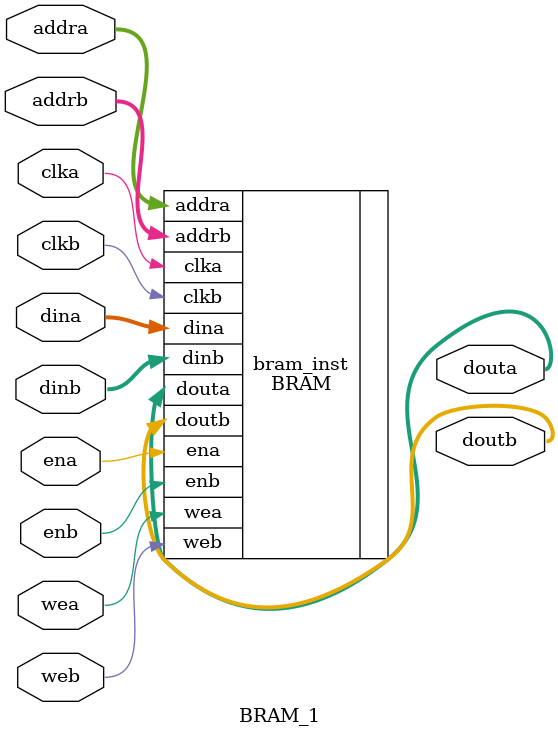
<source format=sv>
`timescale 1ns / 1ps


module BRAM_1(
    input [5:0] addra,
    input [5:0] addrb,
    input [15:0] dina,
    input [15:0] dinb,
    input clka,
    input clkb,
    input ena,
    input enb,
    input wea,
    input web,
    output [15:0] douta,
    output [15:0] doutb
    );

    BRAM bram_inst(
        .addra(addra),
        .addrb(addrb),
        .dina(dina),
        .dinb(dinb),
        .clka(clka),
        .clkb(clkb),
        .ena(ena),
        .enb(enb),
        .wea(wea),
        .web(web),
        .douta(douta),
        .doutb(doutb)
    );
endmodule

</source>
